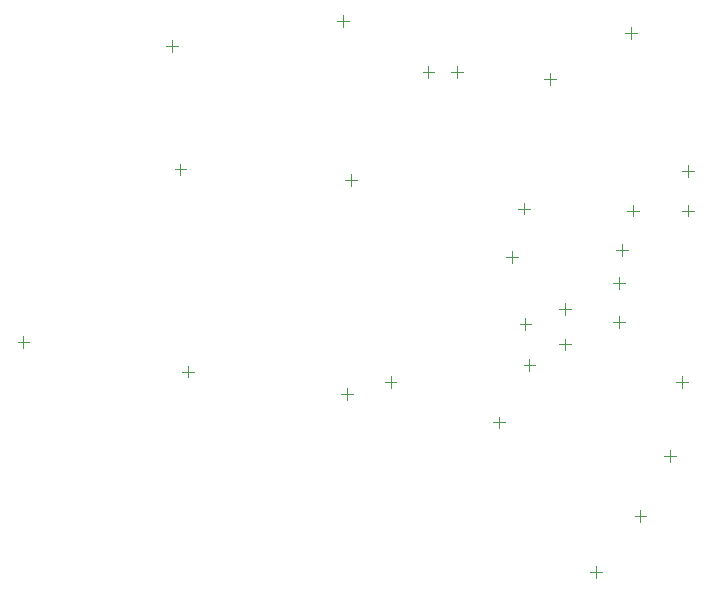
<source format=gbr>
G04*
G04 #@! TF.GenerationSoftware,Altium Limited,Altium Designer,25.1.2 (22)*
G04*
G04 Layer_Color=32896*
%FSLAX25Y25*%
%MOIN*%
G70*
G04*
G04 #@! TF.SameCoordinates,B1411C34-087D-4BAB-B9BA-D0973F51CA7B*
G04*
G04*
G04 #@! TF.FilePolarity,Positive*
G04*
G01*
G75*
%ADD79C,0.00394*%
D79*
X592531Y457500D02*
X596468D01*
X594500Y455532D02*
Y459469D01*
X611531Y411500D02*
X615469D01*
X613500Y409531D02*
Y413469D01*
X611647Y398264D02*
X615584D01*
X613615Y396295D02*
Y400232D01*
X593284Y398264D02*
X597221D01*
X595253Y396295D02*
Y400232D01*
X588657Y361200D02*
X592593Y361200D01*
X590625Y363169D02*
X590625Y359232D01*
X588683Y374078D02*
X592620D01*
X590651Y372110D02*
Y376047D01*
X589532Y385000D02*
X593469D01*
X591500Y383032D02*
Y386968D01*
X609543Y341232D02*
X613480D01*
X611512Y339264D02*
Y343201D01*
X567500Y440031D02*
Y443968D01*
X565531Y442000D02*
X569468D01*
X572638Y363491D02*
Y367428D01*
X570669Y365460D02*
X574606D01*
X554817Y380780D02*
Y384717D01*
X552849Y382748D02*
X556786D01*
X558865Y396961D02*
Y400898D01*
X556897Y398930D02*
X560834D01*
X607500Y314531D02*
Y318468D01*
X605532Y316500D02*
X609469D01*
X597681Y294427D02*
Y298364D01*
X595713Y296395D02*
X599650D01*
X582927Y275685D02*
Y279622D01*
X580959Y277654D02*
X584896D01*
X550504Y325662D02*
Y329599D01*
X548535Y327630D02*
X552472D01*
X557354Y360500D02*
X561291D01*
X559323Y358531D02*
Y362469D01*
X560669Y344835D02*
Y348772D01*
X558701Y346803D02*
X562638D01*
X570657Y353631D02*
X574594D01*
X572626Y351662D02*
Y355599D01*
X498500Y459531D02*
Y463469D01*
X496531Y461500D02*
X500468D01*
X390032Y354500D02*
X393969D01*
X392000Y352532D02*
Y356469D01*
X527000Y442531D02*
Y446468D01*
X525032Y444500D02*
X528968D01*
X536500Y442375D02*
Y446312D01*
X534531Y444343D02*
X538469D01*
X439532Y453000D02*
X443469D01*
X441500Y451031D02*
Y454969D01*
X514362Y339077D02*
Y343014D01*
X512393Y341046D02*
X516330D01*
X444777Y344589D02*
X448714D01*
X446745Y342621D02*
Y346558D01*
X499153Y408411D02*
X503090D01*
X501121Y406442D02*
Y410379D01*
X444340Y409986D02*
Y413923D01*
X442371Y411954D02*
X446308D01*
X497874Y337000D02*
X501812D01*
X499843Y335032D02*
Y338968D01*
M02*

</source>
